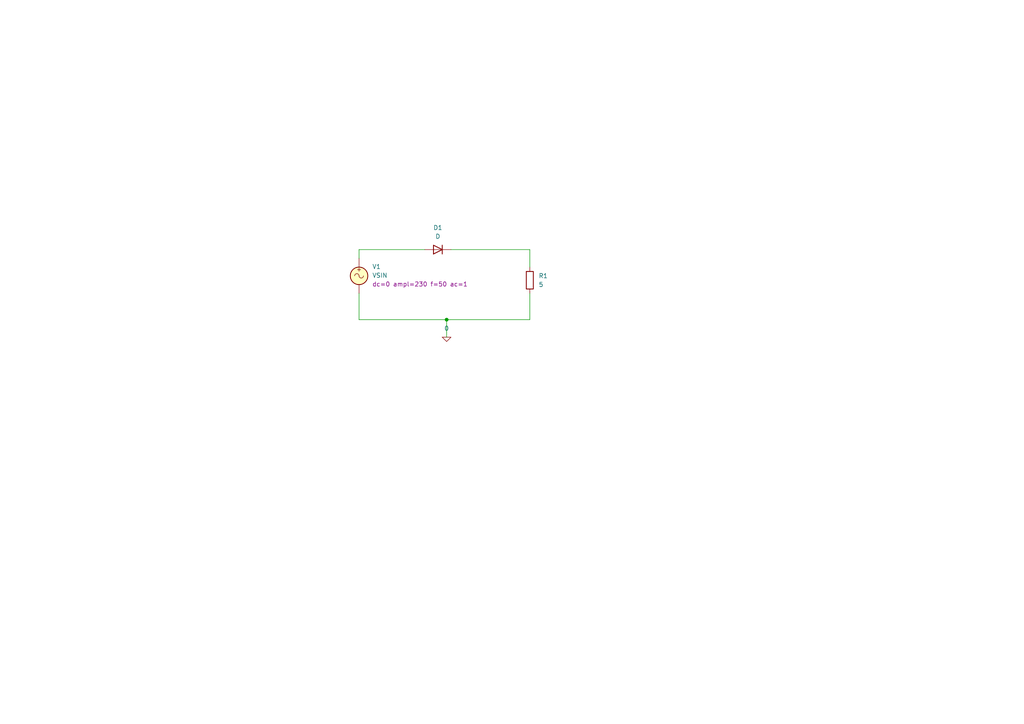
<source format=kicad_sch>
(kicad_sch (version 20250114) (generator "eeschema") (generator_version "9.0")
  (paper "A4")
  (lib_symbols
    (symbol "Device:D" (pin_numbers (hide yes)) (pin_names (offset 1.016) (hide yes))
      (property "Reference" "D" (at 0 2.54 0))
      (property "Value" "D" (at 0 -2.54 0))
      (symbol "D_0_1"
        (polyline (pts (xy -1.27 1.27) (xy -1.27 -1.27)) (stroke (width 0.254)))
        (polyline (pts (xy 1.27 1.27) (xy 1.27 -1.27) (xy -1.27 0) (xy 1.27 1.27)) (stroke (width 0.254)))
        (polyline (pts (xy 1.27 0) (xy -1.27 0)))
      )
      (symbol "D_1_1"
        (pin passive line (at -3.81 0 0) (length 2.54) (name "K") (number "1"))
        (pin passive line (at 3.81 0 180) (length 2.54) (name "A") (number "2"))
      )
    )
    (symbol "Device:R" (pin_numbers (hide yes)) (pin_names (offset 0))
      (property "Reference" "R" (at 2.032 0 90))
      (property "Value" "R" (at 0 0 90))
      (symbol "R_0_1"
        (rectangle (start -1.016 -2.54) (end 1.016 2.54) (stroke (width 0.254)))
      )
      (symbol "R_1_1"
        (pin passive line (at 0 3.81 270) (length 1.27) (name "~") (number "1"))
        (pin passive line (at 0 -3.81 90) (length 1.27) (name "~") (number "2"))
      )
    )
    (symbol "Simulation_SPICE:0" (power) (pin_numbers (hide yes)) (pin_names (offset 0) (hide yes))
      (property "Value" "0" (at 0 -2.54 0))
      (symbol "0_0_1"
        (polyline (pts (xy -1.27 0) (xy 0 -1.27) (xy 1.27 0) (xy -1.27 0)))
      )
      (symbol "0_1_1"
        (pin power_in line (at 0 0 0) (length 0) (name "~") (number "1"))
      )
    )
    (symbol "Simulation_SPICE:VSIN" (pin_numbers (hide yes)) (pin_names (offset 0.0254))
      (property "Reference" "V" (at 2.54 2.54 0))
      (property "Value" "VSIN" (at 2.54 0 0))
      (property "Sim.Params" "dc=0 ampl=1 f=1k ac=1" (at 2.54 -2.54 0))
      (symbol "VSIN_0_0"
        (arc (start -1.27 0) (mid -0.635 0.6323) (end 0 0))
        (arc (start 1.27 0) (mid 0.635 -0.6323) (end 0 0))
        (text "+" (at 0 1.905 0) (effects (font (size 1.27 1.27))))
      )
      (symbol "VSIN_0_1"
        (circle (center 0 0) (radius 2.54) (stroke (width 0.254)) (fill (type background)))
      )
      (symbol "VSIN_1_1"
        (pin passive line (at 0 5.08 270) (length 2.54) (name "~") (number "1"))
        (pin passive line (at 0 -5.08 90) (length 2.54) (name "~") (number "2"))
      )
    )
  )
  (junction (at 129.54 92.71))
  (wire (pts (xy 104.14 92.71) (xy 104.14 85.09)))
  (wire (pts (xy 153.67 92.71) (xy 129.54 92.71)))
  (wire (pts (xy 153.67 72.39) (xy 153.67 77.47)))
  (wire (pts (xy 104.14 72.39) (xy 123.19 72.39)))
  (wire (pts (xy 129.54 92.71) (xy 129.54 97.79)))
  (wire (pts (xy 130.81 72.39) (xy 153.67 72.39)))
  (wire (pts (xy 104.14 74.93) (xy 104.14 72.39)))
  (wire (pts (xy 153.67 85.09) (xy 153.67 92.71)))
  (wire (pts (xy 129.54 92.71) (xy 104.14 92.71)))
  (symbol (lib_id "Simulation_SPICE:0") (at 129.54 97.79 0) (unit 1)
    (property "Reference" "#GND01" (effects (hide yes)))
    (property "Value" "0" (at 129.54 95.25 0))
    (property "Datasheet" "https://ngspice.sourceforge.io/docs/ngspice-html-manual/manual.xhtml#subsec_Circuit_elements__device" (effects (hide yes)))
    (property "Description" "0V reference potential for simulation" (effects (hide yes)))
  )
  (symbol (lib_id "Device:D") (at 127 72.39 180) (unit 1)
    (property "Reference" "D1" (at 127 66.04 0))
    (property "Value" "D" (at 127 68.58 0))
    (property "Description" "Diode" (effects (hide yes)))
    (property "Sim.Device" "D" (effects (hide yes)))
    (property "Sim.Pins" "1=K 2=A" (effects (hide yes)))
  )
  (symbol (lib_id "Device:R") (at 153.67 81.28 0) (unit 1)
    (property "Reference" "R1" (at 156.21 80.0099 0) (effects (justify left)))
    (property "Value" "5" (at 156.21 82.5499 0) (effects (justify left)))
    (property "Description" "Resistor" (effects (hide yes)))
  )
  (symbol (lib_id "Simulation_SPICE:VSIN") (at 104.14 80.01 0) (unit 1)
    (property "Reference" "V1" (at 107.95 77.3401 0) (effects (justify left)))
    (property "Value" "VSIN" (at 107.95 79.8801 0) (effects (justify left)))
    (property "Datasheet" "https://ngspice.sourceforge.io/docs/ngspice-html-manual/manual.xhtml#sec_Independent_Sources_for" (effects (hide yes)))
    (property "Description" "Voltage source, sinusoidal" (effects (hide yes)))
    (property "Sim.Pins" "1=+ 2=-" (effects (hide yes)))
    (property "Sim.Params" "dc=0 ampl=230 f=50 ac=1" (at 107.95 82.4201 0) (effects (justify left)))
    (property "Sim.Type" "SIN" (effects (hide yes)))
    (property "Sim.Device" "V" (effects (hide yes)))
  )
)
</source>
